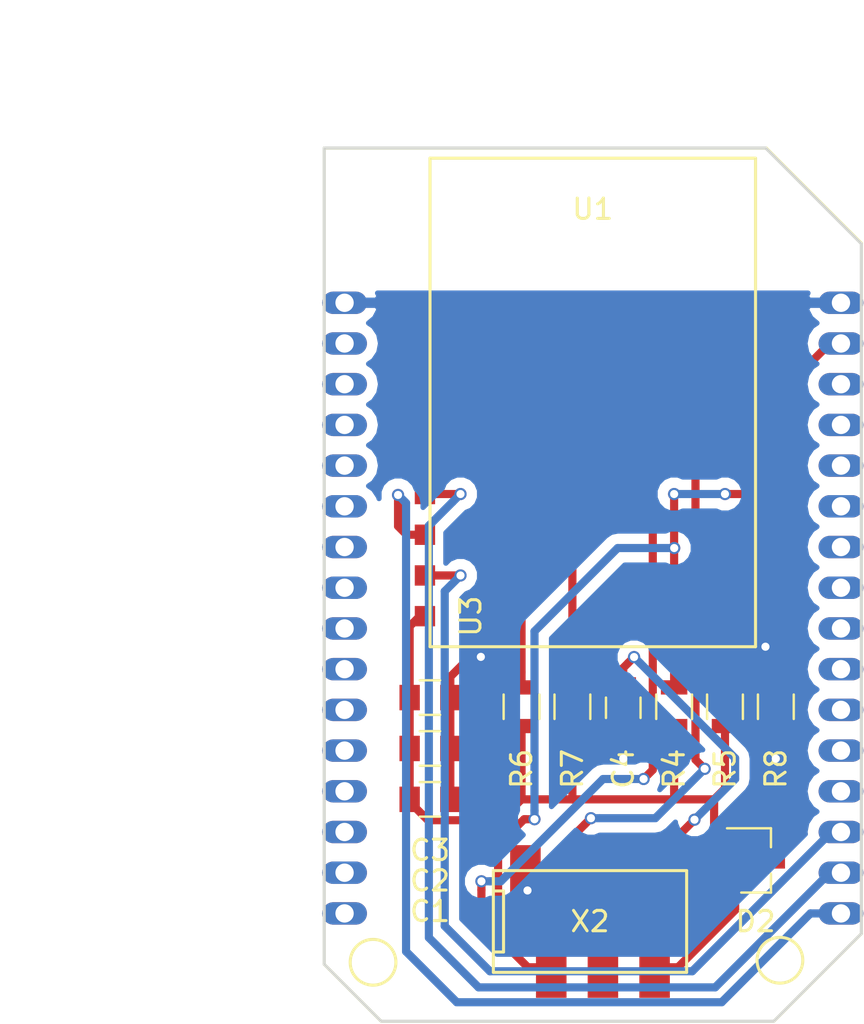
<source format=kicad_pcb>
(kicad_pcb (version 4) (host pcbnew 4.0.7-e2-6376~58~ubuntu16.04.1)

  (general
    (links 31)
    (no_connects 0)
    (area 119.150002 98.23292 162.0011 148.178601)
    (thickness 1.6)
    (drawings 9)
    (tracks 150)
    (zones 0)
    (modules 13)
    (nets 15)
  )

  (page A4)
  (layers
    (0 F.Cu signal)
    (31 B.Cu signal)
    (32 B.Adhes user)
    (33 F.Adhes user)
    (34 B.Paste user)
    (35 F.Paste user)
    (36 B.SilkS user)
    (37 F.SilkS user)
    (38 B.Mask user)
    (39 F.Mask user)
    (40 Dwgs.User user)
    (41 Cmts.User user)
    (42 Eco1.User user)
    (43 Eco2.User user)
    (44 Edge.Cuts user)
    (45 Margin user)
    (46 B.CrtYd user)
    (47 F.CrtYd user)
    (48 B.Fab user hide)
    (49 F.Fab user hide)
  )

  (setup
    (last_trace_width 0.4)
    (trace_clearance 0.2)
    (zone_clearance 0.508)
    (zone_45_only no)
    (trace_min 0.2)
    (segment_width 0.2)
    (edge_width 0.15)
    (via_size 0.6)
    (via_drill 0.4)
    (via_min_size 0.4)
    (via_min_drill 0.3)
    (uvia_size 0.3)
    (uvia_drill 0.1)
    (uvias_allowed no)
    (uvia_min_size 0.2)
    (uvia_min_drill 0.1)
    (pcb_text_width 0.3)
    (pcb_text_size 1.5 1.5)
    (mod_edge_width 0.15)
    (mod_text_size 1 1)
    (mod_text_width 0.15)
    (pad_size 1.524 1.524)
    (pad_drill 0.762)
    (pad_to_mask_clearance 0.2)
    (aux_axis_origin 0 0)
    (visible_elements FFFFEF7F)
    (pcbplotparams
      (layerselection 0x010f0_80000001)
      (usegerberextensions false)
      (excludeedgelayer true)
      (linewidth 0.100000)
      (plotframeref false)
      (viasonmask false)
      (mode 1)
      (useauxorigin false)
      (hpglpennumber 1)
      (hpglpenspeed 20)
      (hpglpendiameter 15)
      (hpglpenoverlay 2)
      (psnegative false)
      (psa4output false)
      (plotreference true)
      (plotvalue true)
      (plotinvisibletext false)
      (padsonsilk false)
      (subtractmaskfromsilk false)
      (outputformat 1)
      (mirror false)
      (drillshape 0)
      (scaleselection 1)
      (outputdirectory gerber/))
  )

  (net 0 "")
  (net 1 /ESP/3V3_ESP)
  (net 2 GND)
  (net 3 /ESP/RESET)
  (net 4 +3V3)
  (net 5 /ESP/3V3-PROG)
  (net 6 /ESP/GPIO0)
  (net 7 /ESP/GPIO2)
  (net 8 /ESP/EN)
  (net 9 /ESP/GPIO15)
  (net 10 /SDA)
  (net 11 /SCL)
  (net 12 /ALERT)
  (net 13 /ESP/RX)
  (net 14 /ESP/TX)

  (net_class Default "This is the default net class."
    (clearance 0.2)
    (trace_width 0.4)
    (via_dia 0.6)
    (via_drill 0.4)
    (uvia_dia 0.3)
    (uvia_drill 0.1)
    (add_net +3V3)
    (add_net /ALERT)
    (add_net /ESP/3V3-PROG)
    (add_net /ESP/3V3_ESP)
    (add_net /ESP/EN)
    (add_net /ESP/GPIO0)
    (add_net /ESP/GPIO15)
    (add_net /ESP/GPIO2)
    (add_net /ESP/RESET)
    (add_net /ESP/RX)
    (add_net /ESP/TX)
    (add_net /SCL)
    (add_net /SDA)
    (add_net GND)
  )

  (module Capacitors_SMD:C_0805 (layer F.Cu) (tedit 58AA8463) (tstamp 5BB53540)
    (at 140.5 137)
    (descr "Capacitor SMD 0805, reflow soldering, AVX (see smccp.pdf)")
    (tags "capacitor 0805")
    (path /5BB4E26F/5A74BEDA)
    (attr smd)
    (fp_text reference C1 (at 0 5.5) (layer F.SilkS)
      (effects (font (size 1 1) (thickness 0.15)))
    )
    (fp_text value 47u (at 0 1.75) (layer F.Fab)
      (effects (font (size 1 1) (thickness 0.15)))
    )
    (fp_text user %R (at 0 -1.5) (layer F.Fab)
      (effects (font (size 1 1) (thickness 0.15)))
    )
    (fp_line (start -1 0.62) (end -1 -0.62) (layer F.Fab) (width 0.1))
    (fp_line (start 1 0.62) (end -1 0.62) (layer F.Fab) (width 0.1))
    (fp_line (start 1 -0.62) (end 1 0.62) (layer F.Fab) (width 0.1))
    (fp_line (start -1 -0.62) (end 1 -0.62) (layer F.Fab) (width 0.1))
    (fp_line (start 0.5 -0.85) (end -0.5 -0.85) (layer F.SilkS) (width 0.12))
    (fp_line (start -0.5 0.85) (end 0.5 0.85) (layer F.SilkS) (width 0.12))
    (fp_line (start -1.75 -0.88) (end 1.75 -0.88) (layer F.CrtYd) (width 0.05))
    (fp_line (start -1.75 -0.88) (end -1.75 0.87) (layer F.CrtYd) (width 0.05))
    (fp_line (start 1.75 0.87) (end 1.75 -0.88) (layer F.CrtYd) (width 0.05))
    (fp_line (start 1.75 0.87) (end -1.75 0.87) (layer F.CrtYd) (width 0.05))
    (pad 1 smd rect (at -1 0) (size 1 1.25) (layers F.Cu F.Paste F.Mask)
      (net 1 /ESP/3V3_ESP))
    (pad 2 smd rect (at 1 0) (size 1 1.25) (layers F.Cu F.Paste F.Mask)
      (net 2 GND))
    (model Capacitors_SMD.3dshapes/C_0805.wrl
      (at (xyz 0 0 0))
      (scale (xyz 1 1 1))
      (rotate (xyz 0 0 0))
    )
  )

  (module Capacitors_SMD:C_0805 (layer F.Cu) (tedit 58AA8463) (tstamp 5BB53546)
    (at 140.5 134.5)
    (descr "Capacitor SMD 0805, reflow soldering, AVX (see smccp.pdf)")
    (tags "capacitor 0805")
    (path /5BB4E26F/5A74BDF9)
    (attr smd)
    (fp_text reference C2 (at 0 6.5) (layer F.SilkS)
      (effects (font (size 1 1) (thickness 0.15)))
    )
    (fp_text value 47u (at 0 1.75) (layer F.Fab)
      (effects (font (size 1 1) (thickness 0.15)))
    )
    (fp_text user %R (at 0 -1.5) (layer F.Fab)
      (effects (font (size 1 1) (thickness 0.15)))
    )
    (fp_line (start -1 0.62) (end -1 -0.62) (layer F.Fab) (width 0.1))
    (fp_line (start 1 0.62) (end -1 0.62) (layer F.Fab) (width 0.1))
    (fp_line (start 1 -0.62) (end 1 0.62) (layer F.Fab) (width 0.1))
    (fp_line (start -1 -0.62) (end 1 -0.62) (layer F.Fab) (width 0.1))
    (fp_line (start 0.5 -0.85) (end -0.5 -0.85) (layer F.SilkS) (width 0.12))
    (fp_line (start -0.5 0.85) (end 0.5 0.85) (layer F.SilkS) (width 0.12))
    (fp_line (start -1.75 -0.88) (end 1.75 -0.88) (layer F.CrtYd) (width 0.05))
    (fp_line (start -1.75 -0.88) (end -1.75 0.87) (layer F.CrtYd) (width 0.05))
    (fp_line (start 1.75 0.87) (end 1.75 -0.88) (layer F.CrtYd) (width 0.05))
    (fp_line (start 1.75 0.87) (end -1.75 0.87) (layer F.CrtYd) (width 0.05))
    (pad 1 smd rect (at -1 0) (size 1 1.25) (layers F.Cu F.Paste F.Mask)
      (net 1 /ESP/3V3_ESP))
    (pad 2 smd rect (at 1 0) (size 1 1.25) (layers F.Cu F.Paste F.Mask)
      (net 2 GND))
    (model Capacitors_SMD.3dshapes/C_0805.wrl
      (at (xyz 0 0 0))
      (scale (xyz 1 1 1))
      (rotate (xyz 0 0 0))
    )
  )

  (module Capacitors_SMD:C_0805 (layer F.Cu) (tedit 58AA8463) (tstamp 5BB5354C)
    (at 140.5 132)
    (descr "Capacitor SMD 0805, reflow soldering, AVX (see smccp.pdf)")
    (tags "capacitor 0805")
    (path /5BB4E26F/5777B24E)
    (attr smd)
    (fp_text reference C3 (at 0 7.5) (layer F.SilkS)
      (effects (font (size 1 1) (thickness 0.15)))
    )
    (fp_text value 100n (at 0 1.75) (layer F.Fab)
      (effects (font (size 1 1) (thickness 0.15)))
    )
    (fp_text user %R (at 0 -1.5) (layer F.Fab)
      (effects (font (size 1 1) (thickness 0.15)))
    )
    (fp_line (start -1 0.62) (end -1 -0.62) (layer F.Fab) (width 0.1))
    (fp_line (start 1 0.62) (end -1 0.62) (layer F.Fab) (width 0.1))
    (fp_line (start 1 -0.62) (end 1 0.62) (layer F.Fab) (width 0.1))
    (fp_line (start -1 -0.62) (end 1 -0.62) (layer F.Fab) (width 0.1))
    (fp_line (start 0.5 -0.85) (end -0.5 -0.85) (layer F.SilkS) (width 0.12))
    (fp_line (start -0.5 0.85) (end 0.5 0.85) (layer F.SilkS) (width 0.12))
    (fp_line (start -1.75 -0.88) (end 1.75 -0.88) (layer F.CrtYd) (width 0.05))
    (fp_line (start -1.75 -0.88) (end -1.75 0.87) (layer F.CrtYd) (width 0.05))
    (fp_line (start 1.75 0.87) (end 1.75 -0.88) (layer F.CrtYd) (width 0.05))
    (fp_line (start 1.75 0.87) (end -1.75 0.87) (layer F.CrtYd) (width 0.05))
    (pad 1 smd rect (at -1 0) (size 1 1.25) (layers F.Cu F.Paste F.Mask)
      (net 1 /ESP/3V3_ESP))
    (pad 2 smd rect (at 1 0) (size 1 1.25) (layers F.Cu F.Paste F.Mask)
      (net 2 GND))
    (model Capacitors_SMD.3dshapes/C_0805.wrl
      (at (xyz 0 0 0))
      (scale (xyz 1 1 1))
      (rotate (xyz 0 0 0))
    )
  )

  (module Capacitors_SMD:C_0805 (layer F.Cu) (tedit 58AA8463) (tstamp 5BB53552)
    (at 150 132.5 90)
    (descr "Capacitor SMD 0805, reflow soldering, AVX (see smccp.pdf)")
    (tags "capacitor 0805")
    (path /5BB4E26F/5777B261)
    (attr smd)
    (fp_text reference C4 (at -3 0 90) (layer F.SilkS)
      (effects (font (size 1 1) (thickness 0.15)))
    )
    (fp_text value 100n (at 0 1.75 90) (layer F.Fab)
      (effects (font (size 1 1) (thickness 0.15)))
    )
    (fp_text user %R (at 0 -1.5 90) (layer F.Fab)
      (effects (font (size 1 1) (thickness 0.15)))
    )
    (fp_line (start -1 0.62) (end -1 -0.62) (layer F.Fab) (width 0.1))
    (fp_line (start 1 0.62) (end -1 0.62) (layer F.Fab) (width 0.1))
    (fp_line (start 1 -0.62) (end 1 0.62) (layer F.Fab) (width 0.1))
    (fp_line (start -1 -0.62) (end 1 -0.62) (layer F.Fab) (width 0.1))
    (fp_line (start 0.5 -0.85) (end -0.5 -0.85) (layer F.SilkS) (width 0.12))
    (fp_line (start -0.5 0.85) (end 0.5 0.85) (layer F.SilkS) (width 0.12))
    (fp_line (start -1.75 -0.88) (end 1.75 -0.88) (layer F.CrtYd) (width 0.05))
    (fp_line (start -1.75 -0.88) (end -1.75 0.87) (layer F.CrtYd) (width 0.05))
    (fp_line (start 1.75 0.87) (end 1.75 -0.88) (layer F.CrtYd) (width 0.05))
    (fp_line (start 1.75 0.87) (end -1.75 0.87) (layer F.CrtYd) (width 0.05))
    (pad 1 smd rect (at -1 0 90) (size 1 1.25) (layers F.Cu F.Paste F.Mask)
      (net 2 GND))
    (pad 2 smd rect (at 1 0 90) (size 1 1.25) (layers F.Cu F.Paste F.Mask)
      (net 3 /ESP/RESET))
    (model Capacitors_SMD.3dshapes/C_0805.wrl
      (at (xyz 0 0 0))
      (scale (xyz 1 1 1))
      (rotate (xyz 0 0 0))
    )
  )

  (module TO_SOT_Packages_SMD:SOT-23 (layer F.Cu) (tedit 58CE4E7E) (tstamp 5BB53559)
    (at 156.5 140)
    (descr "SOT-23, Standard")
    (tags SOT-23)
    (path /5BB4E26F/579135F5)
    (attr smd)
    (fp_text reference D2 (at 0 3) (layer F.SilkS)
      (effects (font (size 1 1) (thickness 0.15)))
    )
    (fp_text value BAT54C (at 0 2.5) (layer F.Fab)
      (effects (font (size 1 1) (thickness 0.15)))
    )
    (fp_text user %R (at 0 0 90) (layer F.Fab)
      (effects (font (size 0.5 0.5) (thickness 0.075)))
    )
    (fp_line (start -0.7 -0.95) (end -0.7 1.5) (layer F.Fab) (width 0.1))
    (fp_line (start -0.15 -1.52) (end 0.7 -1.52) (layer F.Fab) (width 0.1))
    (fp_line (start -0.7 -0.95) (end -0.15 -1.52) (layer F.Fab) (width 0.1))
    (fp_line (start 0.7 -1.52) (end 0.7 1.52) (layer F.Fab) (width 0.1))
    (fp_line (start -0.7 1.52) (end 0.7 1.52) (layer F.Fab) (width 0.1))
    (fp_line (start 0.76 1.58) (end 0.76 0.65) (layer F.SilkS) (width 0.12))
    (fp_line (start 0.76 -1.58) (end 0.76 -0.65) (layer F.SilkS) (width 0.12))
    (fp_line (start -1.7 -1.75) (end 1.7 -1.75) (layer F.CrtYd) (width 0.05))
    (fp_line (start 1.7 -1.75) (end 1.7 1.75) (layer F.CrtYd) (width 0.05))
    (fp_line (start 1.7 1.75) (end -1.7 1.75) (layer F.CrtYd) (width 0.05))
    (fp_line (start -1.7 1.75) (end -1.7 -1.75) (layer F.CrtYd) (width 0.05))
    (fp_line (start 0.76 -1.58) (end -1.4 -1.58) (layer F.SilkS) (width 0.12))
    (fp_line (start 0.76 1.58) (end -0.7 1.58) (layer F.SilkS) (width 0.12))
    (pad 1 smd rect (at -1 -0.95) (size 0.9 0.8) (layers F.Cu F.Paste F.Mask)
      (net 4 +3V3))
    (pad 2 smd rect (at -1 0.95) (size 0.9 0.8) (layers F.Cu F.Paste F.Mask)
      (net 5 /ESP/3V3-PROG))
    (pad 3 smd rect (at 1 0) (size 0.9 0.8) (layers F.Cu F.Paste F.Mask)
      (net 1 /ESP/3V3_ESP))
    (model ${KISYS3DMOD}/TO_SOT_Packages_SMD.3dshapes/SOT-23.wrl
      (at (xyz 0 0 0))
      (scale (xyz 1 1 1))
      (rotate (xyz 0 0 0))
    )
  )

  (module Resistors_SMD:R_0805 (layer F.Cu) (tedit 58E0A804) (tstamp 5BB5355F)
    (at 152.5 132.45 270)
    (descr "Resistor SMD 0805, reflow soldering, Vishay (see dcrcw.pdf)")
    (tags "resistor 0805")
    (path /5BB4E26F/5777B25B)
    (attr smd)
    (fp_text reference R4 (at 3.05 0 270) (layer F.SilkS)
      (effects (font (size 1 1) (thickness 0.15)))
    )
    (fp_text value 10k (at 0 1.75 270) (layer F.Fab)
      (effects (font (size 1 1) (thickness 0.15)))
    )
    (fp_text user %R (at 0 0 270) (layer F.Fab)
      (effects (font (size 0.5 0.5) (thickness 0.075)))
    )
    (fp_line (start -1 0.62) (end -1 -0.62) (layer F.Fab) (width 0.1))
    (fp_line (start 1 0.62) (end -1 0.62) (layer F.Fab) (width 0.1))
    (fp_line (start 1 -0.62) (end 1 0.62) (layer F.Fab) (width 0.1))
    (fp_line (start -1 -0.62) (end 1 -0.62) (layer F.Fab) (width 0.1))
    (fp_line (start 0.6 0.88) (end -0.6 0.88) (layer F.SilkS) (width 0.12))
    (fp_line (start -0.6 -0.88) (end 0.6 -0.88) (layer F.SilkS) (width 0.12))
    (fp_line (start -1.55 -0.9) (end 1.55 -0.9) (layer F.CrtYd) (width 0.05))
    (fp_line (start -1.55 -0.9) (end -1.55 0.9) (layer F.CrtYd) (width 0.05))
    (fp_line (start 1.55 0.9) (end 1.55 -0.9) (layer F.CrtYd) (width 0.05))
    (fp_line (start 1.55 0.9) (end -1.55 0.9) (layer F.CrtYd) (width 0.05))
    (pad 1 smd rect (at -0.95 0 270) (size 0.7 1.3) (layers F.Cu F.Paste F.Mask)
      (net 6 /ESP/GPIO0))
    (pad 2 smd rect (at 0.95 0 270) (size 0.7 1.3) (layers F.Cu F.Paste F.Mask)
      (net 1 /ESP/3V3_ESP))
    (model ${KISYS3DMOD}/Resistors_SMD.3dshapes/R_0805.wrl
      (at (xyz 0 0 0))
      (scale (xyz 1 1 1))
      (rotate (xyz 0 0 0))
    )
  )

  (module Resistors_SMD:R_0805 (layer F.Cu) (tedit 58E0A804) (tstamp 5BB53565)
    (at 155 132.45 270)
    (descr "Resistor SMD 0805, reflow soldering, Vishay (see dcrcw.pdf)")
    (tags "resistor 0805")
    (path /5BB4E26F/5777B25C)
    (attr smd)
    (fp_text reference R5 (at 3.05 0 270) (layer F.SilkS)
      (effects (font (size 1 1) (thickness 0.15)))
    )
    (fp_text value 10k (at 0 1.75 270) (layer F.Fab)
      (effects (font (size 1 1) (thickness 0.15)))
    )
    (fp_text user %R (at 0 0 270) (layer F.Fab)
      (effects (font (size 0.5 0.5) (thickness 0.075)))
    )
    (fp_line (start -1 0.62) (end -1 -0.62) (layer F.Fab) (width 0.1))
    (fp_line (start 1 0.62) (end -1 0.62) (layer F.Fab) (width 0.1))
    (fp_line (start 1 -0.62) (end 1 0.62) (layer F.Fab) (width 0.1))
    (fp_line (start -1 -0.62) (end 1 -0.62) (layer F.Fab) (width 0.1))
    (fp_line (start 0.6 0.88) (end -0.6 0.88) (layer F.SilkS) (width 0.12))
    (fp_line (start -0.6 -0.88) (end 0.6 -0.88) (layer F.SilkS) (width 0.12))
    (fp_line (start -1.55 -0.9) (end 1.55 -0.9) (layer F.CrtYd) (width 0.05))
    (fp_line (start -1.55 -0.9) (end -1.55 0.9) (layer F.CrtYd) (width 0.05))
    (fp_line (start 1.55 0.9) (end 1.55 -0.9) (layer F.CrtYd) (width 0.05))
    (fp_line (start 1.55 0.9) (end -1.55 0.9) (layer F.CrtYd) (width 0.05))
    (pad 1 smd rect (at -0.95 0 270) (size 0.7 1.3) (layers F.Cu F.Paste F.Mask)
      (net 7 /ESP/GPIO2))
    (pad 2 smd rect (at 0.95 0 270) (size 0.7 1.3) (layers F.Cu F.Paste F.Mask)
      (net 1 /ESP/3V3_ESP))
    (model ${KISYS3DMOD}/Resistors_SMD.3dshapes/R_0805.wrl
      (at (xyz 0 0 0))
      (scale (xyz 1 1 1))
      (rotate (xyz 0 0 0))
    )
  )

  (module Resistors_SMD:R_0805 (layer F.Cu) (tedit 58E0A804) (tstamp 5BB5356B)
    (at 145 132.45 270)
    (descr "Resistor SMD 0805, reflow soldering, Vishay (see dcrcw.pdf)")
    (tags "resistor 0805")
    (path /5BB4E26F/5777B25D)
    (attr smd)
    (fp_text reference R6 (at 3.05 0 270) (layer F.SilkS)
      (effects (font (size 1 1) (thickness 0.15)))
    )
    (fp_text value 10k (at 0 1.75 270) (layer F.Fab)
      (effects (font (size 1 1) (thickness 0.15)))
    )
    (fp_text user %R (at 0 0 270) (layer F.Fab)
      (effects (font (size 0.5 0.5) (thickness 0.075)))
    )
    (fp_line (start -1 0.62) (end -1 -0.62) (layer F.Fab) (width 0.1))
    (fp_line (start 1 0.62) (end -1 0.62) (layer F.Fab) (width 0.1))
    (fp_line (start 1 -0.62) (end 1 0.62) (layer F.Fab) (width 0.1))
    (fp_line (start -1 -0.62) (end 1 -0.62) (layer F.Fab) (width 0.1))
    (fp_line (start 0.6 0.88) (end -0.6 0.88) (layer F.SilkS) (width 0.12))
    (fp_line (start -0.6 -0.88) (end 0.6 -0.88) (layer F.SilkS) (width 0.12))
    (fp_line (start -1.55 -0.9) (end 1.55 -0.9) (layer F.CrtYd) (width 0.05))
    (fp_line (start -1.55 -0.9) (end -1.55 0.9) (layer F.CrtYd) (width 0.05))
    (fp_line (start 1.55 0.9) (end 1.55 -0.9) (layer F.CrtYd) (width 0.05))
    (fp_line (start 1.55 0.9) (end -1.55 0.9) (layer F.CrtYd) (width 0.05))
    (pad 1 smd rect (at -0.95 0 270) (size 0.7 1.3) (layers F.Cu F.Paste F.Mask)
      (net 8 /ESP/EN))
    (pad 2 smd rect (at 0.95 0 270) (size 0.7 1.3) (layers F.Cu F.Paste F.Mask)
      (net 1 /ESP/3V3_ESP))
    (model ${KISYS3DMOD}/Resistors_SMD.3dshapes/R_0805.wrl
      (at (xyz 0 0 0))
      (scale (xyz 1 1 1))
      (rotate (xyz 0 0 0))
    )
  )

  (module Resistors_SMD:R_0805 (layer F.Cu) (tedit 58E0A804) (tstamp 5BB53571)
    (at 147.5 132.45 270)
    (descr "Resistor SMD 0805, reflow soldering, Vishay (see dcrcw.pdf)")
    (tags "resistor 0805")
    (path /5BB4E26F/5777B25E)
    (attr smd)
    (fp_text reference R7 (at 3.05 0 270) (layer F.SilkS)
      (effects (font (size 1 1) (thickness 0.15)))
    )
    (fp_text value 10k (at 0 1.75 270) (layer F.Fab)
      (effects (font (size 1 1) (thickness 0.15)))
    )
    (fp_text user %R (at 0 0 270) (layer F.Fab)
      (effects (font (size 0.5 0.5) (thickness 0.075)))
    )
    (fp_line (start -1 0.62) (end -1 -0.62) (layer F.Fab) (width 0.1))
    (fp_line (start 1 0.62) (end -1 0.62) (layer F.Fab) (width 0.1))
    (fp_line (start 1 -0.62) (end 1 0.62) (layer F.Fab) (width 0.1))
    (fp_line (start -1 -0.62) (end 1 -0.62) (layer F.Fab) (width 0.1))
    (fp_line (start 0.6 0.88) (end -0.6 0.88) (layer F.SilkS) (width 0.12))
    (fp_line (start -0.6 -0.88) (end 0.6 -0.88) (layer F.SilkS) (width 0.12))
    (fp_line (start -1.55 -0.9) (end 1.55 -0.9) (layer F.CrtYd) (width 0.05))
    (fp_line (start -1.55 -0.9) (end -1.55 0.9) (layer F.CrtYd) (width 0.05))
    (fp_line (start 1.55 0.9) (end 1.55 -0.9) (layer F.CrtYd) (width 0.05))
    (fp_line (start 1.55 0.9) (end -1.55 0.9) (layer F.CrtYd) (width 0.05))
    (pad 1 smd rect (at -0.95 0 270) (size 0.7 1.3) (layers F.Cu F.Paste F.Mask)
      (net 3 /ESP/RESET))
    (pad 2 smd rect (at 0.95 0 270) (size 0.7 1.3) (layers F.Cu F.Paste F.Mask)
      (net 1 /ESP/3V3_ESP))
    (model ${KISYS3DMOD}/Resistors_SMD.3dshapes/R_0805.wrl
      (at (xyz 0 0 0))
      (scale (xyz 1 1 1))
      (rotate (xyz 0 0 0))
    )
  )

  (module Resistors_SMD:R_0805 (layer F.Cu) (tedit 58E0A804) (tstamp 5BB53577)
    (at 157.5 132.45 270)
    (descr "Resistor SMD 0805, reflow soldering, Vishay (see dcrcw.pdf)")
    (tags "resistor 0805")
    (path /5BB4E26F/5777B25F)
    (attr smd)
    (fp_text reference R8 (at 3.05 0 270) (layer F.SilkS)
      (effects (font (size 1 1) (thickness 0.15)))
    )
    (fp_text value 10k (at 0 1.75 270) (layer F.Fab)
      (effects (font (size 1 1) (thickness 0.15)))
    )
    (fp_text user %R (at 0 0 270) (layer F.Fab)
      (effects (font (size 0.5 0.5) (thickness 0.075)))
    )
    (fp_line (start -1 0.62) (end -1 -0.62) (layer F.Fab) (width 0.1))
    (fp_line (start 1 0.62) (end -1 0.62) (layer F.Fab) (width 0.1))
    (fp_line (start 1 -0.62) (end 1 0.62) (layer F.Fab) (width 0.1))
    (fp_line (start -1 -0.62) (end 1 -0.62) (layer F.Fab) (width 0.1))
    (fp_line (start 0.6 0.88) (end -0.6 0.88) (layer F.SilkS) (width 0.12))
    (fp_line (start -0.6 -0.88) (end 0.6 -0.88) (layer F.SilkS) (width 0.12))
    (fp_line (start -1.55 -0.9) (end 1.55 -0.9) (layer F.CrtYd) (width 0.05))
    (fp_line (start -1.55 -0.9) (end -1.55 0.9) (layer F.CrtYd) (width 0.05))
    (fp_line (start 1.55 0.9) (end 1.55 -0.9) (layer F.CrtYd) (width 0.05))
    (fp_line (start 1.55 0.9) (end -1.55 0.9) (layer F.CrtYd) (width 0.05))
    (pad 1 smd rect (at -0.95 0 270) (size 0.7 1.3) (layers F.Cu F.Paste F.Mask)
      (net 9 /ESP/GPIO15))
    (pad 2 smd rect (at 0.95 0 270) (size 0.7 1.3) (layers F.Cu F.Paste F.Mask)
      (net 2 GND))
    (model ${KISYS3DMOD}/Resistors_SMD.3dshapes/R_0805.wrl
      (at (xyz 0 0 0))
      (scale (xyz 1 1 1))
      (rotate (xyz 0 0 0))
    )
  )

  (module device.farm:Omega2+ locked (layer F.Cu) (tedit 5B7B52F3) (tstamp 5BB5359B)
    (at 148.5011 105.0036)
    (path /5BB54121)
    (fp_text reference U1 (at 0 3) (layer F.SilkS)
      (effects (font (size 1 1) (thickness 0.15)))
    )
    (fp_text value Omega2 (at 0 5) (layer F.Fab)
      (effects (font (size 1 1) (thickness 0.15)))
    )
    (fp_circle (center 9.2 39.9) (end 8.075 39.9) (layer F.SilkS) (width 0.15))
    (fp_circle (center -10.8 40) (end -9.675 40) (layer F.SilkS) (width 0.15))
    (fp_line (start 13.2 4.667) (end 8.533 0) (layer F.SilkS) (width 0.15))
    (fp_line (start 13.2 38.6) (end 13.2 4.667) (layer F.SilkS) (width 0.15))
    (fp_line (start 8.9 42.9) (end 13.2 38.6) (layer F.SilkS) (width 0.15))
    (fp_line (start -10.4 42.9) (end 8.9 42.9) (layer F.SilkS) (width 0.15))
    (fp_line (start -13.2 40.1) (end -10.4 42.9) (layer F.SilkS) (width 0.15))
    (fp_line (start -13.2 0) (end -13.2 40.1) (layer F.SilkS) (width 0.15))
    (fp_line (start 8.533 0) (end -13.2 0) (layer F.SilkS) (width 0.15))
    (pad 1 thru_hole oval (at -12.2 7.6) (size 2.2 1.1) (drill 0.9) (layers *.Cu *.Mask)
      (net 2 GND))
    (pad 2 thru_hole oval (at -12.2 9.6) (size 2.2 1.1) (drill 0.9) (layers *.Cu *.Mask))
    (pad 3 thru_hole oval (at -12.2 11.6) (size 2.2 1.1) (drill 0.9) (layers *.Cu *.Mask))
    (pad 4 thru_hole oval (at -12.2 13.6) (size 2.2 1.1) (drill 0.9) (layers *.Cu *.Mask))
    (pad 5 thru_hole oval (at -12.2 15.6) (size 2.2 1.1) (drill 0.9) (layers *.Cu *.Mask))
    (pad 6 thru_hole oval (at -12.2 17.6) (size 2.2 1.1) (drill 0.9) (layers *.Cu *.Mask))
    (pad 7 thru_hole oval (at -12.2 19.6) (size 2.2 1.1) (drill 0.9) (layers *.Cu *.Mask))
    (pad 8 thru_hole oval (at -12.2 21.6) (size 2.2 1.1) (drill 0.9) (layers *.Cu *.Mask))
    (pad 9 thru_hole oval (at -12.2 23.6) (size 2.2 1.1) (drill 0.9) (layers *.Cu *.Mask))
    (pad 10 thru_hole oval (at -12.2 25.6) (size 2.2 1.1) (drill 0.9) (layers *.Cu *.Mask))
    (pad 11 thru_hole oval (at -12.2 27.6) (size 2.2 1.1) (drill 0.9) (layers *.Cu *.Mask))
    (pad 12 thru_hole oval (at -12.2 29.6) (size 2.2 1.1) (drill 0.9) (layers *.Cu *.Mask))
    (pad 13 thru_hole oval (at -12.2 31.6) (size 2.2 1.1) (drill 0.9) (layers *.Cu *.Mask))
    (pad 14 thru_hole oval (at -12.2 33.6) (size 2.2 1.1) (drill 0.9) (layers *.Cu *.Mask))
    (pad 15 thru_hole oval (at -12.2 35.6) (size 2.2 1.1) (drill 0.9) (layers *.Cu *.Mask))
    (pad 16 thru_hole oval (at -12.2 37.6) (size 2.2 1.1) (drill 0.9) (layers *.Cu *.Mask))
    (pad 17 thru_hole oval (at 12.2 37.6) (size 2.2 1.1) (drill 0.9) (layers *.Cu *.Mask)
      (net 10 /SDA))
    (pad 18 thru_hole oval (at 12.2 35.6) (size 2.2 1.1) (drill 0.9) (layers *.Cu *.Mask)
      (net 11 /SCL))
    (pad 19 thru_hole oval (at 12.2 33.6) (size 2.2 1.1) (drill 0.9) (layers *.Cu *.Mask)
      (net 12 /ALERT))
    (pad 20 thru_hole oval (at 12.2 31.6) (size 2.2 1.1) (drill 0.9) (layers *.Cu *.Mask))
    (pad 21 thru_hole oval (at 12.2 29.6) (size 2.2 1.1) (drill 0.9) (layers *.Cu *.Mask))
    (pad 22 thru_hole oval (at 12.2 27.6) (size 2.2 1.1) (drill 0.9) (layers *.Cu *.Mask))
    (pad 23 thru_hole oval (at 12.2 25.6) (size 2.2 1.1) (drill 0.9) (layers *.Cu *.Mask))
    (pad 24 thru_hole oval (at 12.2 23.6) (size 2.2 1.1) (drill 0.9) (layers *.Cu *.Mask))
    (pad 25 thru_hole oval (at 12.2 21.6) (size 2.2 1.1) (drill 0.9) (layers *.Cu *.Mask))
    (pad 26 thru_hole oval (at 12.2 19.6) (size 2.2 1.1) (drill 0.9) (layers *.Cu *.Mask))
    (pad 27 thru_hole oval (at 12.2 17.6) (size 2.2 1.1) (drill 0.9) (layers *.Cu *.Mask))
    (pad 28 thru_hole oval (at 12.2 15.6) (size 2.2 1.1) (drill 0.9) (layers *.Cu *.Mask))
    (pad 29 thru_hole oval (at 12.2 13.6) (size 2.2 1.1) (drill 0.9) (layers *.Cu *.Mask))
    (pad 30 thru_hole oval (at 12.2 11.6) (size 2.2 1.1) (drill 0.9) (layers *.Cu *.Mask))
    (pad 31 thru_hole oval (at 12.2 9.6) (size 2.2 1.1) (drill 0.9) (layers *.Cu *.Mask)
      (net 4 +3V3))
    (pad 32 thru_hole oval (at 12.2 7.6) (size 2.2 1.1) (drill 0.9) (layers *.Cu *.Mask)
      (net 2 GND))
    (model ${DF}/Omega2+.wrl
      (at (xyz 0 0 0))
      (scale (xyz 0.3937 0.3937 0.3937))
      (rotate (xyz 0 0 0))
    )
  )

  (module device.farm:ESP-12 locked (layer F.Cu) (tedit 57936040) (tstamp 5BB535AF)
    (at 148.5011 129.5)
    (path /5BB4E26F/5777B23A)
    (fp_text reference U3 (at -6 -1.5 90) (layer F.SilkS)
      (effects (font (size 1 1) (thickness 0.15)))
    )
    (fp_text value ESP-12 (at 0 -20) (layer F.Fab)
      (effects (font (size 1 1) (thickness 0.15)))
    )
    (fp_line (start 8 -24) (end 8 0) (layer F.SilkS) (width 0.15))
    (fp_line (start -8 -24) (end 8 -24) (layer F.SilkS) (width 0.15))
    (fp_line (start -8 0) (end -8 -24) (layer F.SilkS) (width 0.15))
    (fp_line (start 8 0) (end -8 0) (layer F.SilkS) (width 0.15))
    (pad 1 smd rect (at -8.25 -15.5) (size 1 1) (layers F.Cu F.Paste F.Mask)
      (net 3 /ESP/RESET))
    (pad 2 smd rect (at -8.25 -13.5) (size 1 1) (layers F.Cu F.Paste F.Mask))
    (pad 3 smd rect (at -8.25 -11.5) (size 1 1) (layers F.Cu F.Paste F.Mask)
      (net 8 /ESP/EN))
    (pad 4 smd rect (at -8.25 -9.5) (size 1 1) (layers F.Cu F.Paste F.Mask))
    (pad 5 smd rect (at -8.25 -7.5) (size 1 1) (layers F.Cu F.Paste F.Mask)
      (net 11 /SCL))
    (pad 6 smd rect (at -8.25 -5.5) (size 1 1) (layers F.Cu F.Paste F.Mask)
      (net 10 /SDA))
    (pad 7 smd rect (at -8.25 -3.5) (size 1 1) (layers F.Cu F.Paste F.Mask)
      (net 12 /ALERT))
    (pad 8 smd rect (at -8.25 -1.5) (size 1 1) (layers F.Cu F.Paste F.Mask)
      (net 1 /ESP/3V3_ESP))
    (pad 9 smd rect (at 8.25 -1.5) (size 1 1) (layers F.Cu F.Paste F.Mask)
      (net 2 GND))
    (pad 10 smd rect (at 8.25 -3.5) (size 1 1) (layers F.Cu F.Paste F.Mask)
      (net 9 /ESP/GPIO15))
    (pad 11 smd rect (at 8.25 -5.5) (size 1 1) (layers F.Cu F.Paste F.Mask)
      (net 7 /ESP/GPIO2))
    (pad 12 smd rect (at 8.25 -7.5) (size 1 1) (layers F.Cu F.Paste F.Mask)
      (net 6 /ESP/GPIO0))
    (pad 13 smd rect (at 8.25 -9.5) (size 1 1) (layers F.Cu F.Paste F.Mask))
    (pad 14 smd rect (at 8.25 -11.5) (size 1 1) (layers F.Cu F.Paste F.Mask))
    (pad 15 smd rect (at 8.25 -13.5) (size 1 1) (layers F.Cu F.Paste F.Mask)
      (net 13 /ESP/RX))
    (pad 16 smd rect (at 8.25 -15.5) (size 1 1) (layers F.Cu F.Paste F.Mask)
      (net 14 /ESP/TX))
    (model ${DF}/ESP-12F.wrl
      (at (xyz 0 0 0))
      (scale (xyz 0.3937 0.3937 0.3937))
      (rotate (xyz 0 0 -90))
    )
  )

  (module device.farm:Micro-Match-FOB-6 locked (layer F.Cu) (tedit 0) (tstamp 5BB535B9)
    (at 148.365 143)
    (path /5BB4E26F/5A97E79C)
    (fp_text reference X2 (at 0 0) (layer F.SilkS)
      (effects (font (size 1 1) (thickness 0.15)))
    )
    (fp_text value ESP-PROG (at 0 -5) (layer F.Fab)
      (effects (font (size 1 1) (thickness 0.15)))
    )
    (fp_line (start -4.75 -2.5) (end 4.75 -2.5) (layer F.SilkS) (width 0.15))
    (fp_line (start -4.75 2.5) (end 4.75 2.5) (layer F.SilkS) (width 0.15))
    (fp_line (start -4.75 -2.5) (end -4.75 2.5) (layer F.SilkS) (width 0.15))
    (fp_line (start 4.75 -2.5) (end 4.75 2.5) (layer F.SilkS) (width 0.15))
    (fp_line (start -4.75 -1.5) (end -4.25 -1.5) (layer F.SilkS) (width 0.15))
    (fp_line (start -4.25 -1.5) (end -4.25 1.5) (layer F.SilkS) (width 0.15))
    (fp_line (start -4.75 1.5) (end -4.25 1.5) (layer F.SilkS) (width 0.15))
    (pad 1 smd rect (at -3.175 -2.25) (size 1.5 3) (layers F.Cu F.Paste F.Mask)
      (net 2 GND))
    (pad 2 smd rect (at -1.905 2.25) (size 1.5 3) (layers F.Cu F.Paste F.Mask)
      (net 14 /ESP/TX))
    (pad 3 smd rect (at -0.635 -2.25) (size 1.5 3) (layers F.Cu F.Paste F.Mask)
      (net 13 /ESP/RX))
    (pad 4 smd rect (at 0.635 2.25) (size 1.5 3) (layers F.Cu F.Paste F.Mask)
      (net 6 /ESP/GPIO0))
    (pad 5 smd rect (at 1.905 -2.25) (size 1.5 3) (layers F.Cu F.Paste F.Mask)
      (net 3 /ESP/RESET))
    (pad 6 smd rect (at 3.175 2.25) (size 1.5 3) (layers F.Cu F.Paste F.Mask)
      (net 5 /ESP/3V3-PROG))
    (model ${DF}/Micro-Match-FOB-6.wrl
      (at (xyz 0 0 0))
      (scale (xyz 0.393701 0.393701 0.393701))
      (rotate (xyz 0 0 0))
    )
  )

  (dimension 26.5 (width 0.3) (layer Dwgs.User)
    (gr_text "26,500 mm" (at 148.45 99.58292) (layer Dwgs.User)
      (effects (font (size 1.5 1.5) (thickness 0.3)))
    )
    (feature1 (pts (xy 161.7 110.7) (xy 161.7 98.23292)))
    (feature2 (pts (xy 135.2 110.7) (xy 135.2 98.23292)))
    (crossbar (pts (xy 135.2 100.93292) (xy 161.7 100.93292)))
    (arrow1a (pts (xy 161.7 100.93292) (xy 160.573496 101.519341)))
    (arrow1b (pts (xy 161.7 100.93292) (xy 160.573496 100.346499)))
    (arrow2a (pts (xy 135.2 100.93292) (xy 136.326504 101.519341)))
    (arrow2b (pts (xy 135.2 100.93292) (xy 136.326504 100.346499)))
  )
  (dimension 43 (width 0.3) (layer Dwgs.User)
    (gr_text "43,000 mm" (at 125.650001 126.4 270) (layer Dwgs.User)
      (effects (font (size 1.5 1.5) (thickness 0.3)))
    )
    (feature1 (pts (xy 138.1 147.9) (xy 124.300001 147.9)))
    (feature2 (pts (xy 138.1 104.9) (xy 124.300001 104.9)))
    (crossbar (pts (xy 127.000001 104.9) (xy 127.000001 147.9)))
    (arrow1a (pts (xy 127.000001 147.9) (xy 126.41358 146.773496)))
    (arrow1b (pts (xy 127.000001 147.9) (xy 127.586422 146.773496)))
    (arrow2a (pts (xy 127.000001 104.9) (xy 126.41358 106.026504)))
    (arrow2b (pts (xy 127.000001 104.9) (xy 127.586422 106.026504)))
  )
  (gr_line (start 135.3 145.1) (end 138.1 147.9) (layer Edge.Cuts) (width 0.15))
  (gr_line (start 135.3 105) (end 135.3 145.1) (layer Edge.Cuts) (width 0.15))
  (gr_line (start 157 105) (end 135.3 105) (layer Edge.Cuts) (width 0.15))
  (gr_line (start 161.7 109.7) (end 157 105) (layer Edge.Cuts) (width 0.15))
  (gr_line (start 161.7 143.6) (end 161.7 109.7) (layer Edge.Cuts) (width 0.15))
  (gr_line (start 157.4 147.9) (end 161.7 143.6) (layer Edge.Cuts) (width 0.15))
  (gr_line (start 138.1 147.9) (end 157.4 147.9) (layer Edge.Cuts) (width 0.15))

  (segment (start 145 137) (end 143.974999 138.025001) (width 0.4) (layer F.Cu) (net 1))
  (segment (start 143.974999 138.025001) (end 140.4 138.025) (width 0.4) (layer F.Cu) (net 1))
  (segment (start 140.4 138.025) (end 139.5 137.125) (width 0.4) (layer F.Cu) (net 1))
  (segment (start 139.5 137.125) (end 139.5 137) (width 0.4) (layer F.Cu) (net 1))
  (segment (start 139.5 134.5) (end 139.5 137) (width 0.4) (layer F.Cu) (net 1))
  (segment (start 139.5 132) (end 139.5 134.5) (width 0.4) (layer F.Cu) (net 1))
  (segment (start 140 128) (end 139.5 128.5) (width 0.4) (layer F.Cu) (net 1))
  (segment (start 139.5 128.5) (end 139.5 132) (width 0.4) (layer F.Cu) (net 1))
  (segment (start 140.2511 128) (end 140 128) (width 0.4) (layer F.Cu) (net 1))
  (segment (start 155 140) (end 154.465639 139.465639) (width 0.4) (layer F.Cu) (net 1))
  (segment (start 154.465639 139.465639) (end 154.465639 137) (width 0.4) (layer F.Cu) (net 1))
  (segment (start 157.5 140) (end 155 140) (width 0.4) (layer F.Cu) (net 1))
  (segment (start 152.5 137) (end 154.465639 137) (width 0.4) (layer F.Cu) (net 1))
  (segment (start 154.465639 137) (end 155 136.465639) (width 0.4) (layer F.Cu) (net 1))
  (segment (start 155 136.465639) (end 155 133.4) (width 0.4) (layer F.Cu) (net 1))
  (segment (start 145 137) (end 147.5 137) (width 0.4) (layer F.Cu) (net 1))
  (segment (start 145 133.4) (end 145 137) (width 0.4) (layer F.Cu) (net 1))
  (segment (start 147.5 137) (end 152.5 137) (width 0.4) (layer F.Cu) (net 1))
  (segment (start 147.5 133.4) (end 147.5 137) (width 0.4) (layer F.Cu) (net 1))
  (segment (start 152.5 133.4) (end 152.5 137) (width 0.4) (layer F.Cu) (net 1))
  (segment (start 142.475 130) (end 143 130) (width 0.4) (layer F.Cu) (net 2))
  (via (at 143 130) (size 0.6) (drill 0.4) (layers F.Cu B.Cu) (net 2))
  (segment (start 141.5 132) (end 141.5 130.975) (width 0.4) (layer F.Cu) (net 2))
  (segment (start 141.5 130.975) (end 142.475 130) (width 0.4) (layer F.Cu) (net 2))
  (segment (start 141.5 134.5) (end 141.5 137) (width 0.4) (layer F.Cu) (net 2))
  (segment (start 141.5 132) (end 141.5 134.5) (width 0.4) (layer F.Cu) (net 2))
  (via (at 145.293178 141.475991) (size 0.6) (drill 0.4) (layers F.Cu B.Cu) (net 2))
  (segment (start 156.7511 128) (end 156.7511 129.261402) (width 0.4) (layer F.Cu) (net 2))
  (segment (start 156.7511 129.261402) (end 156.989698 129.5) (width 0.4) (layer F.Cu) (net 2))
  (via (at 156.989698 129.5) (size 0.6) (drill 0.4) (layers F.Cu B.Cu) (net 2))
  (via (at 157.5 135) (size 0.6) (drill 0.4) (layers F.Cu B.Cu) (net 2))
  (segment (start 157.5 133.4) (end 157.5 135) (width 0.4) (layer F.Cu) (net 2))
  (via (at 150 135) (size 0.6) (drill 0.4) (layers F.Cu B.Cu) (net 2))
  (segment (start 150 133.5) (end 150 135) (width 0.4) (layer F.Cu) (net 2))
  (segment (start 150.830528 130.308375) (end 150.530529 130.008376) (width 0.4) (layer B.Cu) (net 3))
  (segment (start 155.5 134.977847) (end 150.830528 130.308375) (width 0.4) (layer B.Cu) (net 3))
  (segment (start 155.5 136) (end 155.5 134.977847) (width 0.4) (layer B.Cu) (net 3))
  (segment (start 153.5 138) (end 155.5 136) (width 0.4) (layer B.Cu) (net 3))
  (segment (start 150.23053 130.308375) (end 150.530529 130.008376) (width 0.4) (layer F.Cu) (net 3))
  (segment (start 150 130.538905) (end 150.23053 130.308375) (width 0.4) (layer F.Cu) (net 3))
  (segment (start 150 131.5) (end 150 130.538905) (width 0.4) (layer F.Cu) (net 3))
  (via (at 150.530529 130.008376) (size 0.6) (drill 0.4) (layers F.Cu B.Cu) (net 3))
  (segment (start 152.65 138.85) (end 153.5 138) (width 0.4) (layer F.Cu) (net 3))
  (via (at 153.5 138) (size 0.6) (drill 0.4) (layers F.Cu B.Cu) (net 3))
  (segment (start 150.27 138.85) (end 152.65 138.85) (width 0.4) (layer F.Cu) (net 3))
  (segment (start 150.27 140.75) (end 150.27 138.85) (width 0.4) (layer F.Cu) (net 3))
  (segment (start 150 131.5) (end 147.5 131.5) (width 0.4) (layer F.Cu) (net 3))
  (segment (start 140.2511 114) (end 141.1511 114) (width 0.4) (layer F.Cu) (net 3))
  (segment (start 141.1511 114) (end 147.5 120.3489) (width 0.4) (layer F.Cu) (net 3))
  (segment (start 147.5 120.3489) (end 147.5 130.75) (width 0.4) (layer F.Cu) (net 3))
  (segment (start 147.5 130.75) (end 147.5 131.5) (width 0.4) (layer F.Cu) (net 3))
  (segment (start 155.5 139.05) (end 155.5 138.5) (width 0.4) (layer F.Cu) (net 4))
  (segment (start 155.5 138.5) (end 158.561109 135.438891) (width 0.4) (layer F.Cu) (net 4))
  (segment (start 158.561109 135.438891) (end 158.561109 116.193591) (width 0.4) (layer F.Cu) (net 4))
  (segment (start 158.561109 116.193591) (end 160.1511 114.6036) (width 0.4) (layer F.Cu) (net 4))
  (segment (start 160.1511 114.6036) (end 160.7011 114.6036) (width 0.4) (layer F.Cu) (net 4))
  (segment (start 151.54 145.25) (end 152.69 145.25) (width 0.4) (layer F.Cu) (net 5))
  (segment (start 152.69 145.25) (end 155.5 142.44) (width 0.4) (layer F.Cu) (net 5))
  (segment (start 155.5 142.44) (end 155.5 141.75) (width 0.4) (layer F.Cu) (net 5))
  (segment (start 155.5 141.75) (end 155.5 140.95) (width 0.4) (layer F.Cu) (net 5))
  (segment (start 152.504591 124.653732) (end 149.725602 124.653732) (width 0.4) (layer B.Cu) (net 6))
  (segment (start 149.725602 124.653732) (end 145.636544 128.74279) (width 0.4) (layer B.Cu) (net 6))
  (segment (start 145.636544 137.552577) (end 145.636544 137.976841) (width 0.4) (layer B.Cu) (net 6))
  (segment (start 145.636544 128.74279) (end 145.636544 137.552577) (width 0.4) (layer B.Cu) (net 6))
  (segment (start 143.847824 139.255506) (end 145.126489 137.976841) (width 0.4) (layer F.Cu) (net 6))
  (segment (start 143.847824 142.577625) (end 143.847824 139.255506) (width 0.4) (layer F.Cu) (net 6))
  (segment (start 147.494145 142.994145) (end 144.264344 142.994145) (width 0.4) (layer F.Cu) (net 6))
  (segment (start 149 145.25) (end 149 144.5) (width 0.4) (layer F.Cu) (net 6))
  (segment (start 145.126489 137.976841) (end 145.21228 137.976841) (width 0.4) (layer F.Cu) (net 6))
  (segment (start 145.21228 137.976841) (end 145.636544 137.976841) (width 0.4) (layer F.Cu) (net 6))
  (segment (start 144.264344 142.994145) (end 143.847824 142.577625) (width 0.4) (layer F.Cu) (net 6))
  (segment (start 149 144.5) (end 147.494145 142.994145) (width 0.4) (layer F.Cu) (net 6))
  (via (at 145.636544 137.976841) (size 0.6) (drill 0.4) (layers F.Cu B.Cu) (net 6))
  (segment (start 152.5 124.658323) (end 152.504591 124.653732) (width 0.4) (layer F.Cu) (net 6))
  (segment (start 152.5 131.5) (end 152.5 124.658323) (width 0.4) (layer F.Cu) (net 6))
  (segment (start 152.5 124.649141) (end 152.504591 124.653732) (width 0.4) (layer F.Cu) (net 6))
  (segment (start 152.5 122) (end 152.5 124.649141) (width 0.4) (layer F.Cu) (net 6))
  (via (at 152.504591 124.653732) (size 0.6) (drill 0.4) (layers F.Cu B.Cu) (net 6))
  (segment (start 155 122) (end 156.7511 122) (width 0.4) (layer F.Cu) (net 6))
  (via (at 155 122) (size 0.6) (drill 0.4) (layers F.Cu B.Cu) (net 6))
  (segment (start 152.5 122) (end 155 122) (width 0.4) (layer B.Cu) (net 6))
  (via (at 152.5 122) (size 0.6) (drill 0.4) (layers F.Cu B.Cu) (net 6))
  (segment (start 155 131.5) (end 154.725109 131.225109) (width 0.4) (layer F.Cu) (net 7))
  (segment (start 154.725109 131.225109) (end 154.725109 125.125991) (width 0.4) (layer F.Cu) (net 7))
  (segment (start 155.8511 124) (end 156.7511 124) (width 0.4) (layer F.Cu) (net 7))
  (segment (start 154.725109 125.125991) (end 155.8511 124) (width 0.4) (layer F.Cu) (net 7))
  (segment (start 140.2511 118) (end 141.1511 118) (width 0.4) (layer F.Cu) (net 8))
  (segment (start 145 130.75) (end 145 131.5) (width 0.4) (layer F.Cu) (net 8))
  (segment (start 141.1511 118) (end 145 121.8489) (width 0.4) (layer F.Cu) (net 8))
  (segment (start 145 121.8489) (end 145 130.75) (width 0.4) (layer F.Cu) (net 8))
  (segment (start 157.5 131.5) (end 157.8 131.5) (width 0.4) (layer F.Cu) (net 9))
  (segment (start 157.8 131.5) (end 155.77213 129.47213) (width 0.4) (layer F.Cu) (net 9))
  (segment (start 155.77213 129.47213) (end 155.77213 126.451186) (width 0.4) (layer F.Cu) (net 9))
  (segment (start 155.77213 126.451186) (end 156.223316 126) (width 0.4) (layer F.Cu) (net 9))
  (segment (start 156.223316 126) (end 156.7511 126) (width 0.4) (layer F.Cu) (net 9))
  (segment (start 139.229875 122.345705) (end 138.929876 122.045706) (width 0.4) (layer B.Cu) (net 10))
  (segment (start 139.324062 122.439892) (end 139.229875 122.345705) (width 0.4) (layer B.Cu) (net 10))
  (segment (start 139.324062 144.474421) (end 139.324062 122.439892) (width 0.4) (layer B.Cu) (net 10))
  (segment (start 141.817274 146.967633) (end 139.324062 144.474421) (width 0.4) (layer B.Cu) (net 10))
  (segment (start 154.837067 146.967633) (end 141.817274 146.967633) (width 0.4) (layer B.Cu) (net 10))
  (segment (start 159.2011 142.6036) (end 154.837067 146.967633) (width 0.4) (layer B.Cu) (net 10))
  (segment (start 138.929876 122.46997) (end 138.929876 122.045706) (width 0.4) (layer F.Cu) (net 10))
  (segment (start 138.929876 123.578776) (end 138.929876 122.46997) (width 0.4) (layer F.Cu) (net 10))
  (segment (start 139.3511 124) (end 138.929876 123.578776) (width 0.4) (layer F.Cu) (net 10))
  (segment (start 140.2511 124) (end 139.3511 124) (width 0.4) (layer F.Cu) (net 10))
  (segment (start 160.7011 142.6036) (end 159.2011 142.6036) (width 0.4) (layer B.Cu) (net 10))
  (via (at 138.929876 122.045706) (size 0.6) (drill 0.4) (layers F.Cu B.Cu) (net 10))
  (segment (start 160.7011 140.6036) (end 160.1511 140.6036) (width 0.4) (layer B.Cu) (net 11))
  (segment (start 160.1511 140.6036) (end 154.518082 146.236618) (width 0.4) (layer B.Cu) (net 11))
  (segment (start 154.518082 146.236618) (end 142.888075 146.236618) (width 0.4) (layer B.Cu) (net 11))
  (segment (start 142.888075 146.236618) (end 140.443766 143.792309) (width 0.4) (layer B.Cu) (net 11))
  (segment (start 140.443766 143.792309) (end 140.443766 123.556234) (width 0.4) (layer B.Cu) (net 11))
  (segment (start 140.443766 123.556234) (end 141.608171 122.391829) (width 0.4) (layer B.Cu) (net 11))
  (segment (start 141.608171 122.391829) (end 142 122) (width 0.4) (layer B.Cu) (net 11))
  (segment (start 142 122) (end 140.2511 122) (width 0.4) (layer F.Cu) (net 11))
  (via (at 142 122) (size 0.6) (drill 0.4) (layers F.Cu B.Cu) (net 11))
  (segment (start 160.7011 138.6036) (end 160.232768 138.6036) (width 0.4) (layer B.Cu) (net 12))
  (segment (start 153.391683 145.444685) (end 143.444685 145.444685) (width 0.4) (layer B.Cu) (net 12))
  (segment (start 160.232768 138.6036) (end 153.391683 145.444685) (width 0.4) (layer B.Cu) (net 12))
  (segment (start 143.444685 145.444685) (end 141.224101 143.224101) (width 0.4) (layer B.Cu) (net 12))
  (segment (start 141.224101 143.224101) (end 141.224101 126.775899) (width 0.4) (layer B.Cu) (net 12))
  (segment (start 141.224101 126.775899) (end 142 126) (width 0.4) (layer B.Cu) (net 12))
  (via (at 142 126) (size 0.6) (drill 0.4) (layers F.Cu B.Cu) (net 12))
  (segment (start 140.2511 126) (end 142 126) (width 0.4) (layer F.Cu) (net 12))
  (segment (start 148.835503 137.92546) (end 148.411239 137.92546) (width 0.4) (layer B.Cu) (net 13))
  (segment (start 154 135.5) (end 151.57454 137.92546) (width 0.4) (layer B.Cu) (net 13))
  (segment (start 151.57454 137.92546) (end 148.835503 137.92546) (width 0.4) (layer B.Cu) (net 13))
  (segment (start 148.11124 138.225459) (end 148.411239 137.92546) (width 0.4) (layer F.Cu) (net 13))
  (segment (start 147.73 138.606699) (end 148.11124 138.225459) (width 0.4) (layer F.Cu) (net 13))
  (segment (start 147.73 140.75) (end 147.73 138.606699) (width 0.4) (layer F.Cu) (net 13))
  (via (at 148.411239 137.92546) (size 0.6) (drill 0.4) (layers F.Cu B.Cu) (net 13))
  (segment (start 153.550001 135.050001) (end 154 135.5) (width 0.4) (layer F.Cu) (net 13))
  (via (at 154 135.5) (size 0.6) (drill 0.4) (layers F.Cu B.Cu) (net 13))
  (segment (start 156.7511 116) (end 155.8511 116) (width 0.4) (layer F.Cu) (net 13))
  (segment (start 155.8511 116) (end 153.550001 118.301099) (width 0.4) (layer F.Cu) (net 13))
  (segment (start 153.550001 118.301099) (end 153.550001 135.050001) (width 0.4) (layer F.Cu) (net 13))
  (segment (start 151 136) (end 149.007759 136) (width 0.4) (layer B.Cu) (net 14))
  (segment (start 149.007759 136) (end 143.982263 141.025496) (width 0.4) (layer B.Cu) (net 14))
  (segment (start 143.982263 141.025496) (end 143.451873 141.025496) (width 0.4) (layer B.Cu) (net 14))
  (segment (start 143.451873 141.025496) (end 143.027609 141.025496) (width 0.4) (layer B.Cu) (net 14))
  (segment (start 143.027609 141.44976) (end 143.027609 141.025496) (width 0.4) (layer F.Cu) (net 14))
  (segment (start 146.46 145.25) (end 145.31 145.25) (width 0.4) (layer F.Cu) (net 14))
  (segment (start 143.027609 142.967609) (end 143.027609 141.44976) (width 0.4) (layer F.Cu) (net 14))
  (segment (start 145.31 145.25) (end 143.027609 142.967609) (width 0.4) (layer F.Cu) (net 14))
  (via (at 143.027609 141.025496) (size 0.6) (drill 0.4) (layers F.Cu B.Cu) (net 14))
  (segment (start 151.449999 135.550001) (end 151 136) (width 0.4) (layer F.Cu) (net 14))
  (via (at 151 136) (size 0.6) (drill 0.4) (layers F.Cu B.Cu) (net 14))
  (segment (start 156.7511 114) (end 155.8511 114) (width 0.4) (layer F.Cu) (net 14))
  (segment (start 155.8511 114) (end 151.449999 118.401101) (width 0.4) (layer F.Cu) (net 14))
  (segment (start 151.449999 118.401101) (end 151.449999 135.550001) (width 0.4) (layer F.Cu) (net 14))

  (zone (net 2) (net_name GND) (layer B.Cu) (tstamp 0) (hatch edge 0.508)
    (connect_pads (clearance 0.508))
    (min_thickness 0.254)
    (fill yes (arc_segments 16) (thermal_gap 0.508) (thermal_bridge_width 0.508))
    (polygon
      (pts
        (xy 135.3 112) (xy 161.7 112) (xy 161.7 143.6) (xy 157.4 147.9) (xy 138.1 147.9)
        (xy 135.3 145.1)
      )
    )
    (filled_polygon
      (pts
        (xy 159.007702 112.267454) (xy 159.007297 112.293856) (xy 159.132739 112.4766) (xy 160.5741 112.4766) (xy 160.5741 112.4566)
        (xy 160.8281 112.4566) (xy 160.8281 112.4766) (xy 160.8481 112.4766) (xy 160.8481 112.7306) (xy 160.8281 112.7306)
        (xy 160.8281 112.7506) (xy 160.5741 112.7506) (xy 160.5741 112.7306) (xy 159.132739 112.7306) (xy 159.007297 112.913344)
        (xy 159.007702 112.939746) (xy 159.223376 113.351718) (xy 159.523543 113.602405) (xy 159.279187 113.765678) (xy 159.022312 114.15012)
        (xy 158.932109 114.6036) (xy 159.022312 115.05708) (xy 159.279187 115.441522) (xy 159.521755 115.6036) (xy 159.279187 115.765678)
        (xy 159.022312 116.15012) (xy 158.932109 116.6036) (xy 159.022312 117.05708) (xy 159.279187 117.441522) (xy 159.521755 117.6036)
        (xy 159.279187 117.765678) (xy 159.022312 118.15012) (xy 158.932109 118.6036) (xy 159.022312 119.05708) (xy 159.279187 119.441522)
        (xy 159.521755 119.6036) (xy 159.279187 119.765678) (xy 159.022312 120.15012) (xy 158.932109 120.6036) (xy 159.022312 121.05708)
        (xy 159.279187 121.441522) (xy 159.521755 121.6036) (xy 159.279187 121.765678) (xy 159.022312 122.15012) (xy 158.932109 122.6036)
        (xy 159.022312 123.05708) (xy 159.279187 123.441522) (xy 159.521755 123.6036) (xy 159.279187 123.765678) (xy 159.022312 124.15012)
        (xy 158.932109 124.6036) (xy 159.022312 125.05708) (xy 159.279187 125.441522) (xy 159.521755 125.6036) (xy 159.279187 125.765678)
        (xy 159.022312 126.15012) (xy 158.932109 126.6036) (xy 159.022312 127.05708) (xy 159.279187 127.441522) (xy 159.521755 127.6036)
        (xy 159.279187 127.765678) (xy 159.022312 128.15012) (xy 158.932109 128.6036) (xy 159.022312 129.05708) (xy 159.279187 129.441522)
        (xy 159.521755 129.6036) (xy 159.279187 129.765678) (xy 159.022312 130.15012) (xy 158.932109 130.6036) (xy 159.022312 131.05708)
        (xy 159.279187 131.441522) (xy 159.521755 131.6036) (xy 159.279187 131.765678) (xy 159.022312 132.15012) (xy 158.932109 132.6036)
        (xy 159.022312 133.05708) (xy 159.279187 133.441522) (xy 159.521755 133.6036) (xy 159.279187 133.765678) (xy 159.022312 134.15012)
        (xy 158.932109 134.6036) (xy 159.022312 135.05708) (xy 159.279187 135.441522) (xy 159.521755 135.6036) (xy 159.279187 135.765678)
        (xy 159.022312 136.15012) (xy 158.932109 136.6036) (xy 159.022312 137.05708) (xy 159.279187 137.441522) (xy 159.521755 137.6036)
        (xy 159.279187 137.765678) (xy 159.022312 138.15012) (xy 158.932109 138.6036) (xy 158.951984 138.703516) (xy 153.045815 144.609685)
        (xy 143.790553 144.609685) (xy 142.059101 142.878233) (xy 142.059101 141.210663) (xy 142.092447 141.210663) (xy 142.234492 141.554439)
        (xy 142.497282 141.817688) (xy 142.84081 141.960334) (xy 143.212776 141.960658) (xy 143.455187 141.860496) (xy 143.982263 141.860496)
        (xy 144.301804 141.796935) (xy 144.572697 141.61593) (xy 147.676122 138.512505) (xy 147.880912 138.717652) (xy 148.22444 138.860298)
        (xy 148.596406 138.860622) (xy 148.838817 138.76046) (xy 151.57454 138.76046) (xy 151.894081 138.696899) (xy 152.164974 138.515894)
        (xy 152.564898 138.11597) (xy 152.564838 138.185167) (xy 152.706883 138.528943) (xy 152.969673 138.792192) (xy 153.313201 138.934838)
        (xy 153.685167 138.935162) (xy 154.028943 138.793117) (xy 154.292192 138.530327) (xy 154.392778 138.28809) (xy 156.090434 136.590434)
        (xy 156.1944 136.434838) (xy 156.271439 136.319541) (xy 156.335 136) (xy 156.335 134.977847) (xy 156.281102 134.706883)
        (xy 156.27144 134.658307) (xy 156.090434 134.387413) (xy 151.423064 129.720043) (xy 151.323646 129.479433) (xy 151.060856 129.216184)
        (xy 150.717328 129.073538) (xy 150.345362 129.073214) (xy 150.001586 129.215259) (xy 149.738337 129.478049) (xy 149.595691 129.821577)
        (xy 149.595367 130.193543) (xy 149.737412 130.537319) (xy 150.000202 130.800568) (xy 150.242439 130.901154) (xy 153.906203 134.564918)
        (xy 153.814833 134.564838) (xy 153.471057 134.706883) (xy 153.207808 134.969673) (xy 153.107222 135.21191) (xy 151.794597 136.524535)
        (xy 151.934838 136.186799) (xy 151.935162 135.814833) (xy 151.793117 135.471057) (xy 151.530327 135.207808) (xy 151.186799 135.065162)
        (xy 150.814833 135.064838) (xy 150.572422 135.165) (xy 149.007759 135.165) (xy 148.688219 135.22856) (xy 148.417325 135.409566)
        (xy 146.471544 137.355347) (xy 146.471544 129.088658) (xy 150.07147 125.488732) (xy 152.077357 125.488732) (xy 152.317792 125.58857)
        (xy 152.689758 125.588894) (xy 153.033534 125.446849) (xy 153.296783 125.184059) (xy 153.439429 124.840531) (xy 153.439753 124.468565)
        (xy 153.297708 124.124789) (xy 153.034918 123.86154) (xy 152.69139 123.718894) (xy 152.319424 123.71857) (xy 152.077013 123.818732)
        (xy 149.725602 123.818732) (xy 149.406061 123.882293) (xy 149.135168 124.063298) (xy 145.04611 128.152356) (xy 144.865105 128.423249)
        (xy 144.801544 128.74279) (xy 144.801544 137.549607) (xy 144.701706 137.790042) (xy 144.701382 138.162008) (xy 144.843427 138.505784)
        (xy 145.082059 138.744832) (xy 143.636395 140.190496) (xy 143.454843 140.190496) (xy 143.214408 140.090658) (xy 142.842442 140.090334)
        (xy 142.498666 140.232379) (xy 142.235417 140.495169) (xy 142.092771 140.838697) (xy 142.092447 141.210663) (xy 142.059101 141.210663)
        (xy 142.059101 127.121767) (xy 142.288333 126.892535) (xy 142.528943 126.793117) (xy 142.792192 126.530327) (xy 142.934838 126.186799)
        (xy 142.935162 125.814833) (xy 142.793117 125.471057) (xy 142.530327 125.207808) (xy 142.186799 125.065162) (xy 141.814833 125.064838)
        (xy 141.471057 125.206883) (xy 141.278766 125.398839) (xy 141.278766 123.902102) (xy 142.288333 122.892535) (xy 142.528943 122.793117)
        (xy 142.792192 122.530327) (xy 142.934838 122.186799) (xy 142.934839 122.185167) (xy 151.564838 122.185167) (xy 151.706883 122.528943)
        (xy 151.969673 122.792192) (xy 152.313201 122.934838) (xy 152.685167 122.935162) (xy 152.927578 122.835) (xy 154.572766 122.835)
        (xy 154.813201 122.934838) (xy 155.185167 122.935162) (xy 155.528943 122.793117) (xy 155.792192 122.530327) (xy 155.934838 122.186799)
        (xy 155.935162 121.814833) (xy 155.793117 121.471057) (xy 155.530327 121.207808) (xy 155.186799 121.065162) (xy 154.814833 121.064838)
        (xy 154.572422 121.165) (xy 152.927234 121.165) (xy 152.686799 121.065162) (xy 152.314833 121.064838) (xy 151.971057 121.206883)
        (xy 151.707808 121.469673) (xy 151.565162 121.813201) (xy 151.564838 122.185167) (xy 142.934839 122.185167) (xy 142.935162 121.814833)
        (xy 142.793117 121.471057) (xy 142.530327 121.207808) (xy 142.186799 121.065162) (xy 141.814833 121.064838) (xy 141.471057 121.206883)
        (xy 141.207808 121.469673) (xy 141.107222 121.71191) (xy 140.159062 122.66007) (xy 140.159062 122.439892) (xy 140.135123 122.319541)
        (xy 140.095502 122.120352) (xy 139.914496 121.849458) (xy 139.822411 121.757373) (xy 139.722993 121.516763) (xy 139.460203 121.253514)
        (xy 139.116675 121.110868) (xy 138.744709 121.110544) (xy 138.400933 121.252589) (xy 138.137684 121.515379) (xy 137.995038 121.858907)
        (xy 137.994719 122.224682) (xy 137.979888 122.15012) (xy 137.723013 121.765678) (xy 137.480445 121.6036) (xy 137.723013 121.441522)
        (xy 137.979888 121.05708) (xy 138.070091 120.6036) (xy 137.979888 120.15012) (xy 137.723013 119.765678) (xy 137.480445 119.6036)
        (xy 137.723013 119.441522) (xy 137.979888 119.05708) (xy 138.070091 118.6036) (xy 137.979888 118.15012) (xy 137.723013 117.765678)
        (xy 137.480445 117.6036) (xy 137.723013 117.441522) (xy 137.979888 117.05708) (xy 138.070091 116.6036) (xy 137.979888 116.15012)
        (xy 137.723013 115.765678) (xy 137.480445 115.6036) (xy 137.723013 115.441522) (xy 137.979888 115.05708) (xy 138.070091 114.6036)
        (xy 137.979888 114.15012) (xy 137.723013 113.765678) (xy 137.478657 113.602405) (xy 137.778824 113.351718) (xy 137.994498 112.939746)
        (xy 137.994903 112.913344) (xy 137.869461 112.7306) (xy 136.4281 112.7306) (xy 136.4281 112.7506) (xy 136.1741 112.7506)
        (xy 136.1741 112.7306) (xy 136.1541 112.7306) (xy 136.1541 112.4766) (xy 136.1741 112.4766) (xy 136.1741 112.4566)
        (xy 136.4281 112.4566) (xy 136.4281 112.4766) (xy 137.869461 112.4766) (xy 137.994903 112.293856) (xy 137.994498 112.267454)
        (xy 137.920968 112.127) (xy 159.081232 112.127)
      )
    )
  )
)

</source>
